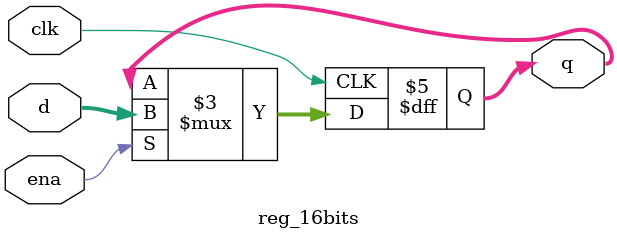
<source format=v>
module reg_16bits	(	input		clk			,
						input		ena			,
						input		[15:0]	d	,
						output reg	[15:0]	q	
					);
always @ (posedge clk)
begin
	if(ena)
		q	<=	d	;
	else
		q	<=	q	;
end
endmodule
</source>
